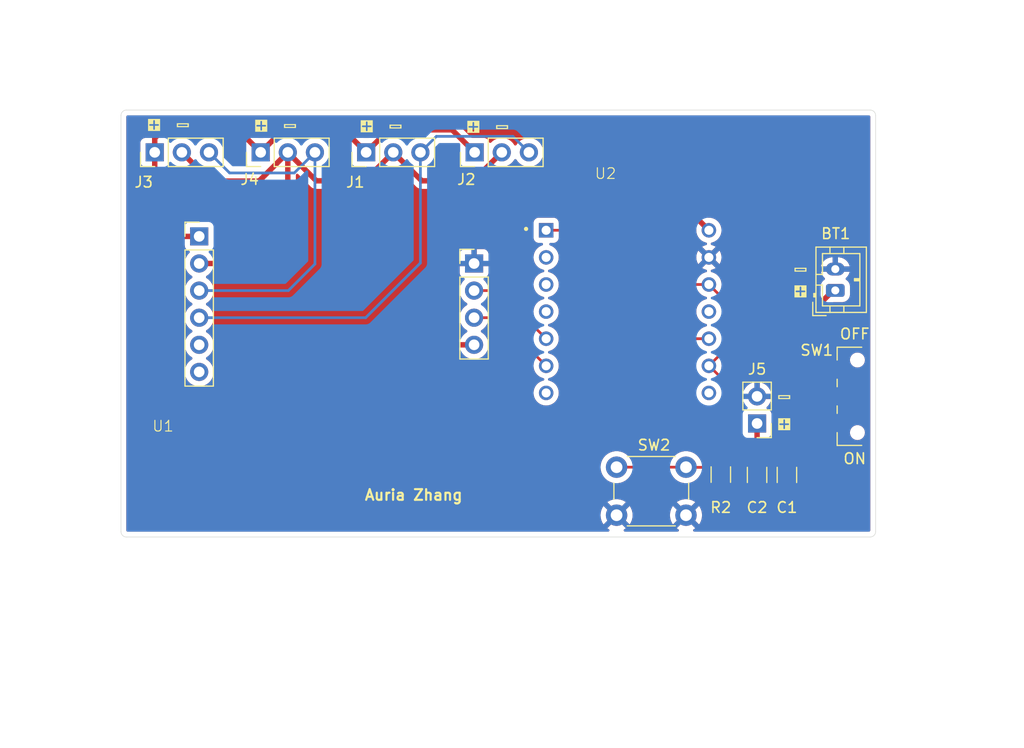
<source format=kicad_pcb>
(kicad_pcb (version 20240108) (generator "pcbnew") (generator_version "8.0")
  (layers (0 "F.Cu" signal) (31 "B.Cu" signal) (34 "B.Paste" user) (35 "F.Paste" user) (36 "B.SilkS" user "B.Silkscreen") (37 "F.SilkS" user "F.Silkscreen") (38 "B.Mask" user) (39 "F.Mask" user) (44 "Edge.Cuts" user))
  (net 0 "")
  (net 1 "GND")
  (net 2 "Net-(BT1-+)")
  (net 3 "+BAT")
  (net 4 "/A+")
  (net 5 "/E+")
  (net 6 "/E-")
  (net 7 "/A-")
  (net 8 "Net-(U2-D9)")
  (net 9 "/3V3")
  (net 11 "/5V")
  (net 12 "/SCK")
  (net 13 "/DT")
  (footprint "Button_Switch_SMD:SW_SPDT_CK_JS102011SAQN" (layer "F.Cu") (at 202.184 107.95 90)
    (property "Reference" "SW1" (at 4.318 -3.81 180) (layer "F.SilkS"))
    (property "Value" "SW_SPDT")
    (fp_line (start 4.6 -1.9) (end 4.6 0.4) (stroke (width 0.12)) (layer "F.SilkS"))
    (fp_line (start 3.4 -1.9) (end 4.6 -1.9) (stroke (width 0.12)) (layer "F.SilkS"))
    (fp_line (start 1.6 -1.9) (end 0.9 -1.9) (stroke (width 0.12)) (layer "F.SilkS"))
    (fp_line (start -0.9 -1.9) (end -1.6 -1.9) (stroke (width 0.12)) (layer "F.SilkS"))
    (fp_line (start -4.6 -1.9) (end -3.4 -1.9) (stroke (width 0.12)) (layer "F.SilkS"))
    (fp_line (start -4.6 0.4) (end -4.6 -1.9) (stroke (width 0.12)) (layer "F.SilkS"))
    (pad "" np_thru_hole circle (at -3.4 0 90) (size 0.9 0.9) (drill 0.9) (layers "*.Cu" "*.Mask"))
    (pad "" np_thru_hole circle (at 3.4 0 90) (size 0.9 0.9) (drill 0.9) (layers "*.Cu" "*.Mask"))
    (pad "1" smd roundrect (at -2.5 -2.75 90) (size 1.25 2.5) (layers "F.Cu" "F.Paste" "F.Mask") (roundrect_rratio 0.2) (net 3 "+BAT"))
    (pad "2" smd roundrect (at 0 -2.75 90) (size 1.25 2.5) (layers "F.Cu" "F.Paste" "F.Mask") (roundrect_rratio 0.2) (net 2 "Net-(BT1-+)"))
    (pad "3" smd roundrect (at 2.5 -2.75 90) (size 1.25 2.5) (layers "F.Cu" "F.Paste" "F.Mask") (roundrect_rratio 0.2))
  )
  (footprint "Capacitor_SMD:C_1206_3216Metric" (layer "F.Cu") (at 192.786 115.316 -90)
    (property "Reference" "C2" (at 3.048 0 0) (layer "F.SilkS"))
    (property "Value" "100nF")
    (fp_line (start -0.711252 0.91) (end 0.711252 0.91) (stroke (width 0.12)) (layer "F.SilkS"))
    (fp_line (start -0.711252 -0.91) (end 0.711252 -0.91) (stroke (width 0.12)) (layer "F.SilkS"))
    (pad "1" smd roundrect (at -1.475 0 270) (size 1.15 1.8) (layers "F.Cu" "F.Paste" "F.Mask") (roundrect_rratio 0.217391) (net 3 "+BAT"))
    (pad "2" smd roundrect (at 1.475 0 270) (size 1.15 1.8) (layers "F.Cu" "F.Paste" "F.Mask") (roundrect_rratio 0.217391) (net 1 "GND"))
  )
  (footprint "mylib:Seeed XIAO ESP32C3" (layer "F.Cu") (at 180.594 100.076)
    (property "Reference" "U2" (at -2 -13 0) (layer "F.SilkS") (effects (font (thickness 0.1))))
    (property "Value" "Seeed_XIAO_ESP32C3" (hide yes))
    (fp_circle (center -9.44 -7.811) (end -9.34 -7.811) (stroke (width 0.2)) (fill none) (layer "F.SilkS"))
    (pad "1" thru_hole rect (at -7.56 -7.684) (size 1.358 1.358) (drill 0.85) (layers "*.Cu" "*.Mask") (net 9 "/3V3"))
    (pad "2" thru_hole circle (at -7.56 -5.144) (size 1.358 1.358) (drill 0.85) (layers "*.Cu" "*.Mask"))
    (pad "3" thru_hole circle (at -7.56 -2.604) (size 1.358 1.358) (drill 0.85) (layers "*.Cu" "*.Mask"))
    (pad "4" thru_hole circle (at -7.56 -0.064) (size 1.358 1.358) (drill 0.85) (layers "*.Cu" "*.Mask"))
    (pad "5" thru_hole circle (at -7.56 2.476) (size 1.358 1.358) (drill 0.85) (layers "*.Cu" "*.Mask") (net 13 "/DT"))
    (pad "6" thru_hole circle (at -7.56 5.016) (size 1.358 1.358) (drill 0.85) (layers "*.Cu" "*.Mask") (net 12 "/SCK"))
    (pad "7" thru_hole circle (at -7.56 7.556) (size 1.358 1.358) (drill 0.85) (layers "*.Cu" "*.Mask"))
    (pad "8" thru_hole circle (at 7.68 7.556) (size 1.358 1.358) (drill 0.85) (layers "*.Cu" "*.Mask"))
    (pad "9" thru_hole circle (at 7.68 5.016) (size 1.358 1.358) (drill 0.85) (layers "*.Cu" "*.Mask") (net 9 "/3V3"))
    (pad "10" thru_hole circle (at 7.68 2.476) (size 1.358 1.358) (drill 0.85) (layers "*.Cu" "*.Mask") (net 8 "Net-(U2-D9)"))
    (pad "11" thru_hole circle (at 7.68 -0.064) (size 1.358 1.358) (drill 0.85) (layers "*.Cu" "*.Mask"))
    (pad "12" thru_hole circle (at 7.68 -2.604) (size 1.358 1.358) (drill 0.85) (layers "*.Cu" "*.Mask") (net 9 "/3V3"))
    (pad "13" thru_hole circle (at 7.68 -5.144) (size 1.358 1.358) (drill 0.85) (layers "*.Cu" "*.Mask") (net 1 "GND"))
    (pad "14" thru_hole circle (at 7.68 -7.684) (size 1.358 1.358) (drill 0.85) (layers "*.Cu" "*.Mask") (net 11 "/5V"))
  )
  (footprint "Connector_PinHeader_2.54mm:PinHeader_1x03_P2.54mm_Vertical" (layer "F.Cu") (at 146.304 85.09 90)
    (property "Reference" "J4" (at -2.54 -1.031 180) (layer "F.SilkS"))
    (property "Value" "Load Cell 4")
    (fp_line (start -1.33 -1.33) (end 0 -1.33) (stroke (width 0.12)) (layer "F.SilkS"))
    (fp_line (start -1.33 0) (end -1.33 -1.33) (stroke (width 0.12)) (layer "F.SilkS"))
    (fp_line (start 1.33 1.27) (end 1.33 6.41) (stroke (width 0.12)) (layer "F.SilkS"))
    (fp_line (start -1.33 1.27) (end 1.33 1.27) (stroke (width 0.12)) (layer "F.SilkS"))
    (fp_line (start -1.33 1.27) (end -1.33 6.41) (stroke (width 0.12)) (layer "F.SilkS"))
    (fp_line (start -1.33 6.41) (end 1.33 6.41) (stroke (width 0.12)) (layer "F.SilkS"))
    (pad "1" thru_hole rect (at 0 0 90) (size 1.7 1.7) (drill 1) (layers "*.Cu" "*.Mask") (net 5 "/E+"))
    (pad "2" thru_hole oval (at 0 2.54 90) (size 1.7 1.7) (drill 1) (layers "*.Cu" "*.Mask") (net 6 "/E-"))
    (pad "3" thru_hole oval (at 0 5.08 90) (size 1.7 1.7) (drill 1) (layers "*.Cu" "*.Mask") (net 7 "/A-"))
  )
  (footprint "Button_Switch_THT:SW_PUSH_6mm" (layer "F.Cu") (at 179.63 114.59)
    (property "Reference" "SW2" (at 3.504 -2.068 0) (layer "F.SilkS"))
    (property "Value" "SW_Push")
    (fp_line (start -0.25 1.5) (end -0.25 3) (stroke (width 0.12)) (layer "F.SilkS"))
    (fp_line (start 1 5.5) (end 5.5 5.5) (stroke (width 0.12)) (layer "F.SilkS"))
    (fp_line (start 5.5 -1) (end 1 -1) (stroke (width 0.12)) (layer "F.SilkS"))
    (fp_line (start 6.75 3) (end 6.75 1.5) (stroke (width 0.12)) (layer "F.SilkS"))
    (pad "1" thru_hole circle (at 0 0 90) (size 2 2) (drill 1.1) (layers "*.Cu" "*.Mask") (net 8 "Net-(U2-D9)"))
    (pad "1" thru_hole circle (at 6.5 0 90) (size 2 2) (drill 1.1) (layers "*.Cu" "*.Mask") (net 8 "Net-(U2-D9)"))
    (pad "2" thru_hole circle (at 0 4.5 90) (size 2 2) (drill 1.1) (layers "*.Cu" "*.Mask") (net 1 "GND"))
    (pad "2" thru_hole circle (at 6.5 4.5 90) (size 2 2) (drill 1.1) (layers "*.Cu" "*.Mask") (net 1 "GND"))
  )
  (footprint "Connector_PinHeader_2.54mm:PinHeader_1x03_P2.54mm_Vertical" (layer "F.Cu") (at 156.18 85.09 90)
    (property "Reference" "J1" (at -2.794 -1.016 180) (layer "F.SilkS"))
    (property "Value" "Load Cell 1")
    (fp_line (start -1.33 -1.33) (end 0 -1.33) (stroke (width 0.12)) (layer "F.SilkS"))
    (fp_line (start -1.33 0) (end -1.33 -1.33) (stroke (width 0.12)) (layer "F.SilkS"))
    (fp_line (start 1.33 1.27) (end 1.33 6.41) (stroke (width 0.12)) (layer "F.SilkS"))
    (fp_line (start -1.33 1.27) (end 1.33 1.27) (stroke (width 0.12)) (layer "F.SilkS"))
    (fp_line (start -1.33 1.27) (end -1.33 6.41) (stroke (width 0.12)) (layer "F.SilkS"))
    (fp_line (start -1.33 6.41) (end 1.33 6.41) (stroke (width 0.12)) (layer "F.SilkS"))
    (pad "1" thru_hole rect (at 0 0 90) (size 1.7 1.7) (drill 1) (layers "*.Cu" "*.Mask") (net 5 "/E+"))
    (pad "2" thru_hole oval (at 0 2.54 90) (size 1.7 1.7) (drill 1) (layers "*.Cu" "*.Mask") (net 6 "/E-"))
    (pad "3" thru_hole oval (at 0 5.08 90) (size 1.7 1.7) (drill 1) (layers "*.Cu" "*.Mask") (net 4 "/A+"))
  )
  (footprint "Connector_PinHeader_2.54mm:PinHeader_1x03_P2.54mm_Vertical" (layer "F.Cu") (at 136.383 85.09 90)
    (property "Reference" "J3" (at -2.794 -1.031 180) (layer "F.SilkS"))
    (property "Value" "Load Cell 3")
    (fp_line (start -1.33 -1.33) (end 0 -1.33) (stroke (width 0.12)) (layer "F.SilkS"))
    (fp_line (start -1.33 0) (end -1.33 -1.33) (stroke (width 0.12)) (layer "F.SilkS"))
    (fp_line (start 1.33 1.27) (end 1.33 6.41) (stroke (width 0.12)) (layer "F.SilkS"))
    (fp_line (start -1.33 1.27) (end 1.33 1.27) (stroke (width 0.12)) (layer "F.SilkS"))
    (fp_line (start -1.33 1.27) (end -1.33 6.41) (stroke (width 0.12)) (layer "F.SilkS"))
    (fp_line (start -1.33 6.41) (end 1.33 6.41) (stroke (width 0.12)) (layer "F.SilkS"))
    (pad "1" thru_hole rect (at 0 0 90) (size 1.7 1.7) (drill 1) (layers "*.Cu" "*.Mask") (net 5 "/E+"))
    (pad "2" thru_hole oval (at 0 2.54 90) (size 1.7 1.7) (drill 1) (layers "*.Cu" "*.Mask") (net 6 "/E-"))
    (pad "3" thru_hole oval (at 0 5.08 90) (size 1.7 1.7) (drill 1) (layers "*.Cu" "*.Mask") (net 7 "/A-"))
  )
  (footprint "Connector_JST:JST_PH_B2B-PH-K_1x02_P2.00mm_Vertical" (layer "F.Cu") (at 200.11 98.028 90)
    (property "Reference" "BT1" (at 5.318 0.042 180) (layer "F.SilkS"))
    (property "Value" "Battery_Cell")
    (fp_line (start -1.11 -2.11) (end -2.36 -2.11) (stroke (width 0.12)) (layer "F.SilkS"))
    (fp_line (start -2.36 -2.11) (end -2.36 -0.86) (stroke (width 0.12)) (layer "F.SilkS"))
    (fp_line (start -0.3 -2.01) (end -0.6 -2.01) (stroke (width 0.12)) (layer "F.SilkS"))
    (fp_line (start -0.6 -2.01) (end -0.6 -1.81) (stroke (width 0.12)) (layer "F.SilkS"))
    (fp_line (start -0.3 -1.91) (end -0.6 -1.91) (stroke (width 0.12)) (layer "F.SilkS"))
    (fp_line (start 4.06 -1.81) (end -2.06 -1.81) (stroke (width 0.12)) (layer "F.SilkS"))
    (fp_line (start 0.5 -1.81) (end 0.5 -1.2) (stroke (width 0.12)) (layer "F.SilkS"))
    (fp_line (start -0.3 -1.81) (end -0.3 -2.01) (stroke (width 0.12)) (layer "F.SilkS"))
    (fp_line (start -2.06 -1.81) (end -2.06 2.91) (stroke (width 0.12)) (layer "F.SilkS"))
    (fp_line (start 3.45 -1.2) (end 1.5 -1.2) (stroke (width 0.12)) (layer "F.SilkS"))
    (fp_line (start 1.5 -1.2) (end 1.5 -1.81) (stroke (width 0.12)) (layer "F.SilkS"))
    (fp_line (start 0.5 -1.2) (end -1.45 -1.2) (stroke (width 0.12)) (layer "F.SilkS"))
    (fp_line (start -1.45 -1.2) (end -1.45 2.3) (stroke (width 0.12)) (layer "F.SilkS"))
    (fp_line (start 4.06 -0.5) (end 3.45 -0.5) (stroke (width 0.12)) (layer "F.SilkS"))
    (fp_line (start -2.06 -0.5) (end -1.45 -0.5) (stroke (width 0.12)) (layer "F.SilkS"))
    (fp_line (start 4.06 0.8) (end 3.45 0.8) (stroke (width 0.12)) (layer "F.SilkS"))
    (fp_line (start -2.06 0.8) (end -1.45 0.8) (stroke (width 0.12)) (layer "F.SilkS"))
    (fp_line (start 1.1 1.8) (end 1.1 2.3) (stroke (width 0.12)) (layer "F.SilkS"))
    (fp_line (start 0.9 1.8) (end 1.1 1.8) (stroke (width 0.12)) (layer "F.SilkS"))
    (fp_line (start 3.45 2.3) (end 3.45 -1.2) (stroke (width 0.12)) (layer "F.SilkS"))
    (fp_line (start 1 2.3) (end 1 1.8) (stroke (width 0.12)) (layer "F.SilkS"))
    (fp_line (start 0.9 2.3) (end 0.9 1.8) (stroke (width 0.12)) (layer "F.SilkS"))
    (fp_line (start -1.45 2.3) (end 3.45 2.3) (stroke (width 0.12)) (layer "F.SilkS"))
    (fp_line (start 4.06 2.91) (end 4.06 -1.81) (stroke (width 0.12)) (layer "F.SilkS"))
    (fp_line (start -2.06 2.91) (end 4.06 2.91) (stroke (width 0.12)) (layer "F.SilkS"))
    (pad "1" thru_hole roundrect (at 0 0 90) (size 1.2 1.75) (drill 0.75) (layers "*.Cu" "*.Mask") (roundrect_rratio 0.208333) (net 2 "Net-(BT1-+)"))
    (pad "2" thru_hole oval (at 2 0 90) (size 1.2 1.75) (drill 0.75) (layers "*.Cu" "*.Mask") (net 1 "GND"))
  )
  (footprint "Connector_PinHeader_2.54mm:PinHeader_1x02_P2.54mm_Vertical" (layer "F.Cu") (at 192.786 110.495 180)
    (property "Reference" "J5" (at 0 5.085 0) (layer "F.SilkS"))
    (property "Value" "Conn_01x02_Pin")
    (fp_line (start 1.33 1.27) (end 1.33 3.87) (stroke (width 0.12)) (layer "F.SilkS"))
    (fp_line (start -1.33 3.87) (end 1.33 3.87) (stroke (width 0.12)) (layer "F.SilkS"))
    (fp_line (start -1.33 1.27) (end 1.33 1.27) (stroke (width 0.12)) (layer "F.SilkS"))
    (fp_line (start -1.33 1.27) (end -1.33 3.87) (stroke (width 0.12)) (layer "F.SilkS"))
    (fp_line (start -1.33 0) (end -1.33 -1.33) (stroke (width 0.12)) (layer "F.SilkS"))
    (fp_line (start -1.33 -1.33) (end 0 -1.33) (stroke (width 0.12)) (layer "F.SilkS"))
    (pad "1" thru_hole rect (at 0 0 180) (size 1.7 1.7) (drill 1) (layers "*.Cu" "*.Mask") (net 3 "+BAT"))
    (pad "2" thru_hole oval (at 0 2.54 180) (size 1.7 1.7) (drill 1) (layers "*.Cu" "*.Mask") (net 1 "GND"))
  )
  (footprint "Resistor_SMD:R_1206_3216Metric" (layer "F.Cu") (at 189.391 115.283 90)
    (property "Reference" "R2" (at -3.081 0 180) (layer "F.SilkS"))
    (property "Value" "10k")
    (fp_line (start -0.727064 -0.91) (end 0.727064 -0.91) (stroke (width 0.12)) (layer "F.SilkS"))
    (fp_line (start -0.727064 0.91) (end 0.727064 0.91) (stroke (width 0.12)) (layer "F.SilkS"))
    (pad "1" smd roundrect (at -1.4625 0 90) (size 1.125 1.75) (layers "F.Cu" "F.Paste" "F.Mask") (roundrect_rratio 0.222222) (net 9 "/3V3"))
    (pad "2" smd roundrect (at 1.4625 0 90) (size 1.125 1.75) (layers "F.Cu" "F.Paste" "F.Mask") (roundrect_rratio 0.222222) (net 8 "Net-(U2-D9)"))
  )
  (footprint "Connector_PinHeader_2.54mm:PinHeader_1x03_P2.54mm_Vertical" (layer "F.Cu") (at 166.34 85.09 90)
    (property "Reference" "J2" (at -2.54 -0.777 180) (layer "F.SilkS"))
    (property "Value" "Load Cell 2")
    (fp_line (start -1.33 -1.33) (end 0 -1.33) (stroke (width 0.12)) (layer "F.SilkS"))
    (fp_line (start -1.33 0) (end -1.33 -1.33) (stroke (width 0.12)) (layer "F.SilkS"))
    (fp_line (start 1.33 1.27) (end 1.33 6.41) (stroke (width 0.12)) (layer "F.SilkS"))
    (fp_line (start -1.33 1.27) (end 1.33 1.27) (stroke (width 0.12)) (layer "F.SilkS"))
    (fp_line (start -1.33 1.27) (end -1.33 6.41) (stroke (width 0.12)) (layer "F.SilkS"))
    (fp_line (start -1.33 6.41) (end 1.33 6.41) (stroke (width 0.12)) (layer "F.SilkS"))
    (pad "1" thru_hole rect (at 0 0 90) (size 1.7 1.7) (drill 1) (layers "*.Cu" "*.Mask") (net 5 "/E+"))
    (pad "2" thru_hole oval (at 0 2.54 90) (size 1.7 1.7) (drill 1) (layers "*.Cu" "*.Mask") (net 6 "/E-"))
    (pad "3" thru_hole oval (at 0 5.08 90) (size 1.7 1.7) (drill 1) (layers "*.Cu" "*.Mask") (net 4 "/A+"))
  )
  (footprint "mylib:HX711" (layer "F.Cu") (at 153.416 99.314)
    (property "Reference" "U1" (at -16.256 11.43 0) (layer "F.SilkS") (effects (font (thickness 0.1))))
    (property "Value" "~")
    (fp_line (start -14.2 -7.68) (end -12.87 -7.68) (stroke (width 0.12)) (layer "F.SilkS"))
    (fp_line (start -14.2 -6.35) (end -14.2 -7.68) (stroke (width 0.12)) (layer "F.SilkS"))
    (fp_line (start -14.2 -5.08) (end -14.2 7.68) (stroke (width 0.12)) (layer "F.SilkS"))
    (fp_line (start -14.2 -5.08) (end -11.54 -5.08) (stroke (width 0.12)) (layer "F.SilkS"))
    (fp_line (start -14.2 7.68) (end -11.54 7.68) (stroke (width 0.12)) (layer "F.SilkS"))
    (fp_line (start -11.54 -5.08) (end -11.54 7.68) (stroke (width 0.12)) (layer "F.SilkS"))
    (fp_line (start 11.54 -5.14) (end 12.87 -5.14) (stroke (width 0.12)) (layer "F.SilkS"))
    (fp_line (start 11.54 -3.81) (end 11.54 -5.14) (stroke (width 0.12)) (layer "F.SilkS"))
    (fp_line (start 11.54 -2.54) (end 11.54 5.14) (stroke (width 0.12)) (layer "F.SilkS"))
    (fp_line (start 11.54 -2.54) (end 14.2 -2.54) (stroke (width 0.12)) (layer "F.SilkS"))
    (fp_line (start 11.54 5.14) (end 14.2 5.14) (stroke (width 0.12)) (layer "F.SilkS"))
    (fp_line (start 14.2 -2.54) (end 14.2 5.14) (stroke (width 0.12)) (layer "F.SilkS"))
    (pad "1" thru_hole rect (at -12.87 -6.35) (size 1.7 1.7) (drill 1) (layers "*.Cu" "*.Mask") (net 5 "/E+"))
    (pad "2" thru_hole oval (at -12.87 -3.81) (size 1.7 1.7) (drill 1) (layers "*.Cu" "*.Mask") (net 6 "/E-"))
    (pad "3" thru_hole oval (at -12.87 -1.27) (size 1.7 1.7) (drill 1) (layers "*.Cu" "*.Mask") (net 7 "/A-"))
    (pad "4" thru_hole oval (at -12.87 1.27) (size 1.7 1.7) (drill 1) (layers "*.Cu" "*.Mask") (net 4 "/A+"))
    (pad "5" thru_hole oval (at -12.87 3.81) (size 1.7 1.7) (drill 1) (layers "*.Cu" "*.Mask"))
    (pad "6" thru_hole oval (at -12.87 6.35) (size 1.7 1.7) (drill 1) (layers "*.Cu" "*.Mask"))
    (pad "7" thru_hole oval (at 12.87 3.81) (size 1.7 1.7) (drill 1) (layers "*.Cu" "*.Mask") (net 11 "/5V"))
    (pad "8" thru_hole oval (at 12.87 1.27) (size 1.7 1.7) (drill 1) (layers "*.Cu" "*.Mask") (net 12 "/SCK"))
    (pad "9" thru_hole oval (at 12.87 -1.27) (size 1.7 1.7) (drill 1) (layers "*.Cu" "*.Mask") (net 13 "/DT"))
    (pad "10" thru_hole rect (at 12.87 -3.81) (size 1.7 1.7) (drill 1) (layers "*.Cu" "*.Mask") (net 1 "GND"))
  )
  (footprint "Capacitor_SMD:C_1206_3216Metric" (layer "F.Cu") (at 195.58 115.316 -90)
    (property "Reference" "C1" (at 3.048 0 0) (layer "F.SilkS"))
    (property "Value" "1uF")
    (fp_line (start -0.711252 0.91) (end 0.711252 0.91) (stroke (width 0.12)) (layer "F.SilkS"))
    (fp_line (start -0.711252 -0.91) (end 0.711252 -0.91) (stroke (width 0.12)) (layer "F.SilkS"))
    (pad "1" smd roundrect (at -1.475 0 270) (size 1.15 1.8) (layers "F.Cu" "F.Paste" "F.Mask") (roundrect_rratio 0.217391) (net 3 "+BAT"))
    (pad "2" smd roundrect (at 1.475 0 270) (size 1.15 1.8) (layers "F.Cu" "F.Paste" "F.Mask") (roundrect_rratio 0.217391) (net 1 "GND"))
  )
  (gr_line (start 133.731 81.1276) (end 203.3778 81.1276) (stroke (width 0.05)) (layer "Edge.Cuts"))
  (gr_arc (start 133.223 81.6356) (mid 133.37179 81.27639) (end 133.731 81.1276) (stroke (width 0.05)) (layer "Edge.Cuts"))
  (gr_line (start 203.3778 121.1326) (end 133.731 121.1326) (stroke (width 0.05)) (layer "Edge.Cuts"))
  (gr_arc (start 133.731 121.1326) (mid 133.37179 120.98381) (end 133.223 120.6246) (stroke (width 0.05)) (layer "Edge.Cuts"))
  (gr_arc (start 203.3778 81.1276) (mid 203.73701 81.27639) (end 203.8858 81.6356) (stroke (width 0.05)) (layer "Edge.Cuts"))
  (gr_arc (start 203.8858 120.6246) (mid 203.73701 120.98381) (end 203.3778 121.1326) (stroke (width 0.05)) (layer "Edge.Cuts"))
  (gr_line (start 133.223 120.6246) (end 133.223 81.6356) (stroke (width 0.05)) (layer "Edge.Cuts"))
  (gr_line (start 203.8858 81.6356) (end 203.8858 120.6246) (stroke (width 0.05)) (layer "Edge.Cuts"))
  (gr_text "+" (at 136.3218 82.4484 0) (layer "F.SilkS" knockout) (effects (font (size 1 1))))
  (gr_text "-" (at 168.91 82.6516 0) (layer "F.SilkS" knockout) (effects (font (size 1 1))))
  (gr_text "OFF" (at 201.93 102.108 0) (layer "F.SilkS") (effects (font (size 1 1))))
  (gr_text "-" (at 149.0472 82.55 0) (layer "F.SilkS" knockout) (effects (font (size 1 1))))
  (gr_text "+" (at 156.2354 82.5754 0) (layer "F.SilkS" knockout) (effects (font (size 1 1))))
  (gr_text "+" (at 196.85 98.044 0) (layer "F.SilkS" knockout) (effects (font (size 1 1))))
  (gr_text "+" (at 195.326 110.49 0) (layer "F.SilkS" knockout) (effects (font (size 1 1))))
  (gr_text "ON" (at 201.93 113.792 0) (layer "F.SilkS") (effects (font (size 1 1))))
  (gr_text "-" (at 195.326 107.95 0) (layer "F.SilkS" knockout) (effects (font (size 1 1))))
  (gr_text "-" (at 139.0142 82.4738 0) (layer "F.SilkS" knockout) (effects (font (size 1 1))))
  (gr_text "-" (at 158.9278 82.6008 0) (layer "F.SilkS" knockout) (effects (font (size 1 1))))
  (gr_text "+" (at 166.2176 82.6262 0) (layer "F.SilkS" knockout) (effects (font (size 1 1))))
  (gr_text "Auria Zhang" (at 160.6296 117.1956 0) (layer "F.SilkS") (effects (font (size 1 1) (thickness 0.2) (bold yes))))
  (gr_text "+" (at 146.3548 82.5246 0) (layer "F.SilkS" knockout) (effects (font (size 1 1))))
  (gr_text "-" (at 196.85 96.012 0) (layer "F.SilkS" knockout) (effects (font (size 1 1))))
  (segment (start 195.834 102.108) (end 195.834 107.188) (width 0.508) (layer "F.Cu") (net 2))
  (segment (start 200.11 98.028) (end 199.914 98.028) (width 0.508) (layer "F.Cu") (net 2))
  (segment (start 199.914 98.028) (end 195.834 102.108) (width 0.508) (layer "F.Cu") (net 2))
  (segment (start 195.834 107.188) (end 196.596 107.95) (width 0.508) (layer "F.Cu") (net 2))
  (segment (start 196.596 107.95) (end 199.434 107.95) (width 0.508) (layer "F.Cu") (net 2))
  (segment (start 199.434 110.45) (end 199.434 112.732) (width 0.508) (layer "F.Cu") (net 3))
  (segment (start 198.325 113.841) (end 195.58 113.841) (width 0.508) (layer "F.Cu") (net 3))
  (segment (start 195.58 113.841) (end 192.786 113.841) (width 0.508) (layer "F.Cu") (net 3))
  (segment (start 192.786 110.495) (end 192.786 113.841) (width 0.508) (layer "F.Cu") (net 3))
  (segment (start 199.434 112.732) (end 198.325 113.841) (width 0.508) (layer "F.Cu") (net 3))
  (segment (start 156.1338 100.584) (end 161.26 95.4578) (width 0.254) (layer "B.Cu") (net 4))
  (segment (start 140.546 100.584) (end 156.1338 100.584) (width 0.254) (layer "B.Cu") (net 4))
  (segment (start 161.26 85.09) (end 162.7586 83.5914) (width 0.254) (layer "B.Cu") (net 4))
  (segment (start 169.9214 83.5914) (end 171.42 85.09) (width 0.254) (layer "B.Cu") (net 4))
  (segment (start 162.7586 83.5914) (end 169.9214 83.5914) (width 0.254) (layer "B.Cu") (net 4))
  (segment (start 161.26 95.4578) (end 161.26 85.09) (width 0.254) (layer "B.Cu") (net 4))
  (segment (start 148.3868 83.0072) (end 154.0972 83.0072) (width 0.508) (layer "F.Cu") (net 5))
  (segment (start 136.383 85.09) (end 136.383 92.0854) (width 0.508) (layer "F.Cu") (net 5))
  (segment (start 164.2318 82.9818) (end 166.34 85.09) (width 0.508) (layer "F.Cu") (net 5))
  (segment (start 158.2882 82.9818) (end 164.2318 82.9818) (width 0.508) (layer "F.Cu") (net 5))
  (segment (start 137.2616 92.964) (end 140.546 92.964) (width 0.508) (layer "F.Cu") (net 5))
  (segment (start 146.304 85.09) (end 148.3868 83.0072) (width 0.508) (layer "F.Cu") (net 5))
  (segment (start 136.383 85.09) (end 136.383 83.7588) (width 0.508) (layer "F.Cu") (net 5))
  (segment (start 136.383 83.7588) (end 137.16 82.9818) (width 0.508) (layer "F.Cu") (net 5))
  (segment (start 136.383 92.0854) (end 137.2616 92.964) (width 0.508) (layer "F.Cu") (net 5))
  (segment (start 137.16 82.9818) (end 144.1958 82.9818) (width 0.508) (layer "F.Cu") (net 5))
  (segment (start 154.0972 83.0072) (end 156.18 85.09) (width 0.508) (layer "F.Cu") (net 5))
  (segment (start 156.18 85.09) (end 158.2882 82.9818) (width 0.508) (layer "F.Cu") (net 5))
  (segment (start 144.1958 82.9818) (end 146.304 85.09) (width 0.508) (layer "F.Cu") (net 5))
  (segment (start 146.1516 87.7824) (end 148.844 85.09) (width 0.508) (layer "F.Cu") (net 6))
  (segment (start 138.923 85.09) (end 141.6154 87.7824) (width 0.508) (layer "F.Cu") (net 6))
  (segment (start 161.387 87.757) (end 166.213 87.757) (width 0.508) (layer "F.Cu") (net 6))
  (segment (start 148.844 94.0816) (end 148.844 85.09) (width 0.508) (layer "F.Cu") (net 6))
  (segment (start 158.72 85.09) (end 161.387 87.757) (width 0.508) (layer "F.Cu") (net 6))
  (segment (start 147.4216 95.504) (end 148.844 94.0816) (width 0.508) (layer "F.Cu") (net 6))
  (segment (start 151.511 87.757) (end 156.053 87.757) (width 0.508) (layer "F.Cu") (net 6))
  (segment (start 140.546 95.504) (end 147.4216 95.504) (width 0.508) (layer "F.Cu") (net 6))
  (segment (start 166.213 87.757) (end 168.88 85.09) (width 0.508) (layer "F.Cu") (net 6))
  (segment (start 148.844 85.09) (end 151.511 87.757) (width 0.508) (layer "F.Cu") (net 6))
  (segment (start 156.053 87.757) (end 158.72 85.09) (width 0.508) (layer "F.Cu") (net 6))
  (segment (start 141.6154 87.7824) (end 146.1516 87.7824) (width 0.508) (layer "F.Cu") (net 6))
  (segment (start 148.8948 98.044) (end 151.384 95.5548) (width 0.254) (layer "B.Cu") (net 7))
  (segment (start 151.384 95.5548) (end 151.384 85.09) (width 0.254) (layer "B.Cu") (net 7))
  (segment (start 140.546 98.044) (end 148.8948 98.044) (width 0.254) (layer "B.Cu") (net 7))
  (segment (start 143.3934 87.0204) (end 149.4536 87.0204) (width 0.254) (layer "B.Cu") (net 7))
  (segment (start 141.463 85.09) (end 143.3934 87.0204) (width 0.254) (layer "B.Cu") (net 7))
  (segment (start 149.4536 87.0204) (end 151.384 85.09) (width 0.254) (layer "B.Cu") (net 7))
  (segment (start 189.0745 113.8205) (end 188.2902 114.6048) (width 0.254) (layer "F.Cu") (net 8))
  (segment (start 189.391 113.8205) (end 189.0553 113.8205) (width 0.254) (layer "F.Cu") (net 8))
  (segment (start 187.008 102.552) (end 188.274 102.552) (width 0.254) (layer "F.Cu") (net 8))
  (segment (start 189.0553 113.8205) (end 185.3946 110.1598) (width 0.254) (layer "F.Cu") (net 8))
  (segment (start 189.391 113.8205) (end 189.0745 113.8205) (width 0.254) (layer "F.Cu") (net 8))
  (segment (start 185.3946 104.1654) (end 187.008 102.552) (width 0.254) (layer "F.Cu") (net 8))
  (segment (start 185.3946 110.1598) (end 185.3946 104.1654) (width 0.254) (layer "F.Cu") (net 8))
  (segment (start 188.2902 114.6048) (end 186.1448 114.6048) (width 0.254) (layer "F.Cu") (net 8))
  (segment (start 179.63 114.59) (end 186.13 114.59) (width 0.254) (layer "F.Cu") (net 8))
  (segment (start 186.1448 114.6048) (end 186.13 114.59) (width 0.254) (layer "F.Cu") (net 8))
  (segment (start 188.274 105.092) (end 188.3024 105.092) (width 0.254) (layer "F.Cu") (net 9))
  (segment (start 188.274 97.472) (end 190.0682 99.2662) (width 0.254) (layer "F.Cu") (net 9))
  (segment (start 178.0916 92.392) (end 183.1716 97.472) (width 0.254) (layer "F.Cu") (net 9))
  (segment (start 183.1716 97.472) (end 188.274 97.472) (width 0.254) (layer "F.Cu") (net 9))
  (segment (start 191.0588 115.3922) (end 189.7055 116.7455) (width 0.254) (layer "F.Cu") (net 9))
  (segment (start 188.3024 105.092) (end 191.0588 107.8484) (width 0.254) (layer "F.Cu") (net 9))
  (segment (start 173.034 92.392) (end 178.0916 92.392) (width 0.254) (layer "F.Cu") (net 9))
  (segment (start 190.0682 99.2662) (end 190.0682 103.2978) (width 0.254) (layer "F.Cu") (net 9))
  (segment (start 191.0588 107.8484) (end 191.0588 115.3922) (width 0.254) (layer "F.Cu") (net 9))
  (segment (start 190.0682 103.2978) (end 188.274 105.092) (width 0.254) (layer "F.Cu") (net 9))
  (segment (start 189.7055 116.7455) (end 189.391 116.7455) (width 0.254) (layer "F.Cu") (net 9))
  (segment (start 166.286 103.124) (end 164.4904 103.124) (width 0.508) (layer "F.Cu") (net 11))
  (segment (start 162.9156 93.0402) (end 165.8366 90.1192) (width 0.508) (layer "F.Cu") (net 11))
  (segment (start 165.8366 90.1192) (end 186.0012 90.1192) (width 0.508) (layer "F.Cu") (net 11))
  (segment (start 162.9156 101.5492) (end 162.9156 93.0402) (width 0.508) (layer "F.Cu") (net 11))
  (segment (start 186.0012 90.1192) (end 188.274 92.392) (width 0.508) (layer "F.Cu") (net 11))
  (segment (start 164.4904 103.124) (end 162.9156 101.5492) (width 0.508) (layer "F.Cu") (net 11))
  (segment (start 168.526 100.584) (end 173.034 105.092) (width 0.254) (layer "F.Cu") (net 12))
  (segment (start 166.286 100.584) (end 168.526 100.584) (width 0.254) (layer "F.Cu") (net 12))
  (segment (start 166.286 98.044) (end 168.526 98.044) (width 0.254) (layer "F.Cu") (net 13))
  (segment (start 168.526 98.044) (end 173.034 102.552) (width 0.254) (layer "F.Cu") (net 13))
  (zone (net 1) (net_name "GND") (layers "F&B.Cu") (connect_pads (clearance 0.5)) (min_thickness 0.25) (fill yes (thermal_gap 0.5) (thermal_bridge_width 0.5))
    (polygon (pts (xy 124.206 74.7776) (xy 217.7796 70.8152) (xy 214.757 140.8938) (xy 121.8946 131.7498)))
  )
)
</source>
